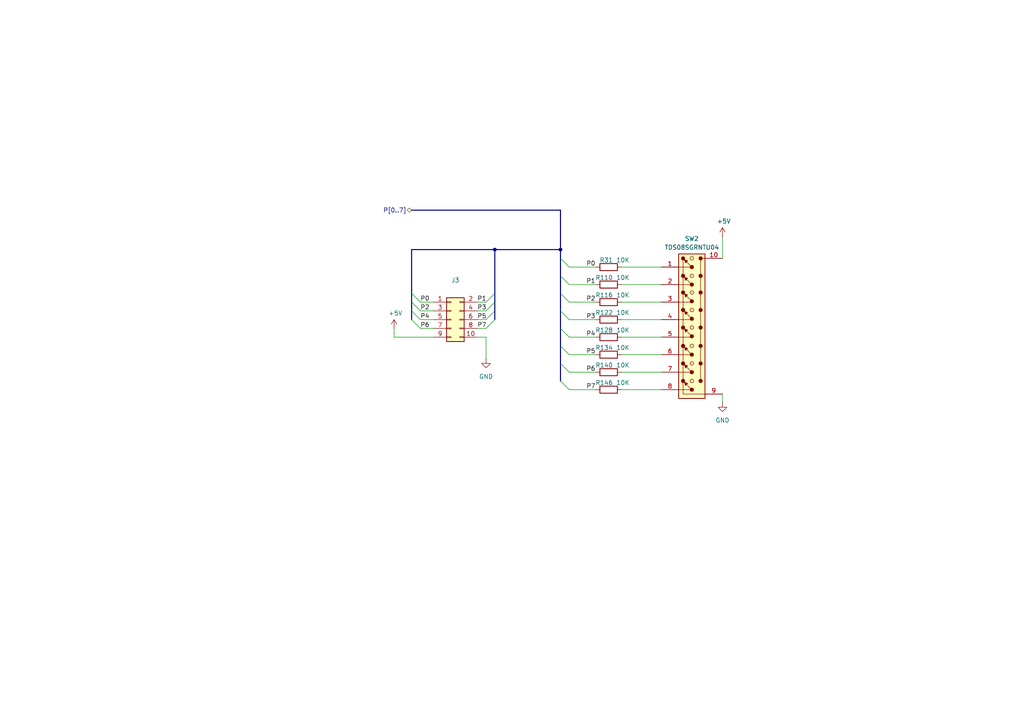
<source format=kicad_sch>
(kicad_sch (version 20250114) (generator "eeschema") (generator_version "9.0")
  (paper "A4")
  (lib_symbols
    (symbol "Connector_Generic:Conn_02x05_Odd_Even" (pin_names (offset 1.016) (hide yes))
      (property "Reference" "J" (at 1.27 7.62 0))
      (property "Value" "Conn_02x05_Odd_Even" (at 1.27 -7.62 0))
      (symbol "Conn_02x05_Odd_Even_1_1"
        (rectangle (start -1.27 6.35) (end 3.81 -6.35) (stroke (width 0.254)) (fill (type background)))
        (rectangle (start -1.27 5.207) (end 0 4.953) (stroke (width 0.1524)))
        (rectangle (start -1.27 2.667) (end 0 2.413) (stroke (width 0.1524)))
        (rectangle (start -1.27 0.127) (end 0 -0.127) (stroke (width 0.1524)))
        (rectangle (start -1.27 -2.413) (end 0 -2.667) (stroke (width 0.1524)))
        (rectangle (start -1.27 -4.953) (end 0 -5.207) (stroke (width 0.1524)))
        (rectangle (start 3.81 5.207) (end 2.54 4.953) (stroke (width 0.1524)))
        (rectangle (start 3.81 2.667) (end 2.54 2.413) (stroke (width 0.1524)))
        (rectangle (start 3.81 0.127) (end 2.54 -0.127) (stroke (width 0.1524)))
        (rectangle (start 3.81 -2.413) (end 2.54 -2.667) (stroke (width 0.1524)))
        (rectangle (start 3.81 -4.953) (end 2.54 -5.207) (stroke (width 0.1524)))
        (pin passive line (at -5.08 5.08 0) (length 3.81) (name "Pin_1") (number "1"))
        (pin passive line (at -5.08 2.54 0) (length 3.81) (name "Pin_3") (number "3"))
        (pin passive line (at -5.08 0 0) (length 3.81) (name "Pin_5") (number "5"))
        (pin passive line (at -5.08 -2.54 0) (length 3.81) (name "Pin_7") (number "7"))
        (pin passive line (at -5.08 -5.08 0) (length 3.81) (name "Pin_9") (number "9"))
        (pin passive line (at 7.62 5.08 180) (length 3.81) (name "Pin_2") (number "2"))
        (pin passive line (at 7.62 2.54 180) (length 3.81) (name "Pin_4") (number "4"))
        (pin passive line (at 7.62 0 180) (length 3.81) (name "Pin_6") (number "6"))
        (pin passive line (at 7.62 -2.54 180) (length 3.81) (name "Pin_8") (number "8"))
        (pin passive line (at 7.62 -5.08 180) (length 3.81) (name "Pin_10") (number "10"))
      )
    )
    (symbol "Connectors:TRI-STATE_DIP_8P"
      (property "Reference" "SW" (at 0.889 -19.685 0))
      (symbol "TRI-STATE_DIP_8P_0_0"
        (circle (center -1.905 22.225) (radius 0.508) (fill (type outline)))
        (circle (center -1.905 17.145) (radius 0.508) (fill (type outline)))
        (circle (center -1.905 12.319) (radius 0.508) (fill (type outline)))
        (circle (center -1.905 7.239) (radius 0.508) (fill (type outline)))
        (circle (center -1.905 2.159) (radius 0.508) (fill (type outline)))
        (circle (center -1.905 -3.175) (radius 0.508) (fill (type outline)))
        (circle (center -1.905 -8.255) (radius 0.508) (fill (type outline)))
        (circle (center -1.905 -13.335) (radius 0.508) (fill (type outline)))
        (circle (center 0.635 22.225) (radius 0.508))
        (circle (center 0.635 17.145) (radius 0.508))
        (circle (center 0.635 12.319) (radius 0.508))
        (circle (center 0.635 7.239) (radius 0.508))
        (circle (center 0.635 2.159) (radius 0.508))
        (circle (center 0.635 -3.175) (radius 0.508))
        (circle (center 0.635 -8.255) (radius 0.508))
        (circle (center 0.635 -13.335) (radius 0.508))
        (circle (center 3.175 22.225) (radius 0.508) (fill (type outline)))
        (circle (center 3.175 17.145) (radius 0.508) (fill (type outline)))
        (circle (center 3.175 12.319) (radius 0.508) (fill (type outline)))
        (circle (center 3.175 7.239) (radius 0.508) (fill (type outline)))
        (circle (center 3.175 2.159) (radius 0.508) (fill (type outline)))
        (circle (center 3.175 -3.175) (radius 0.508) (fill (type outline)))
        (circle (center 3.175 -8.255) (radius 0.508) (fill (type outline)))
        (circle (center 3.175 -13.335) (radius 0.508) (fill (type outline)))
      )
      (symbol "TRI-STATE_DIP_8P_0_1"
        (rectangle (start -3.175 -18.415) (end 4.445 23.495) (stroke (width 0.254)) (fill (type background)))
        (polyline (pts (xy 0.635 19.685) (xy -1.27 21.59)))
        (polyline (pts (xy 0.635 14.605) (xy -1.27 16.51)))
        (polyline (pts (xy 0.635 9.779) (xy -1.27 11.684)))
        (polyline (pts (xy 0.635 4.699) (xy -1.27 6.604)))
        (polyline (pts (xy 0.635 -0.381) (xy -1.27 1.524)))
        (polyline (pts (xy 0.635 -5.715) (xy -1.27 -3.81)))
        (polyline (pts (xy 0.635 -10.795) (xy -1.27 -8.89)))
        (polyline (pts (xy 0.635 -15.875) (xy -1.27 -13.97)))
      )
      (symbol "TRI-STATE_DIP_8P_1_0"
        (polyline (pts (xy -1.524 21.844) (xy -0.5715 21.5265) (xy -1.2065 20.8915) (xy -1.524 21.844)) (fill (type outline)))
        (polyline (pts (xy -1.524 16.764) (xy -0.5715 16.4465) (xy -1.2065 15.8115) (xy -1.524 16.764)) (fill (type outline)))
        (polyline (pts (xy -1.524 11.938) (xy -0.5715 11.6205) (xy -1.2065 10.9855) (xy -1.524 11.938)) (fill (type outline)))
        (polyline (pts (xy -1.524 6.858) (xy -0.5715 6.5405) (xy -1.2065 5.9055) (xy -1.524 6.858)) (fill (type outline)))
        (polyline (pts (xy -1.524 1.778) (xy -0.5715 1.4605) (xy -1.2065 0.8255) (xy -1.524 1.778)) (fill (type outline)))
        (polyline (pts (xy -1.524 -3.556) (xy -0.5715 -3.8735) (xy -1.2065 -4.5085) (xy -1.524 -3.556)) (fill (type outline)))
        (polyline (pts (xy -1.524 -8.636) (xy -0.5715 -8.9535) (xy -1.2065 -9.5885) (xy -1.524 -8.636)) (fill (type outline)))
        (polyline (pts (xy -1.524 -13.716) (xy -0.5715 -14.0335) (xy -1.2065 -14.6685) (xy -1.524 -13.716)) (fill (type outline)))
        (polyline (pts (xy 0.635 19.685) (xy -3.175 19.685)))
        (circle (center 0.635 19.685) (radius 0.508) (fill (type outline)))
        (polyline (pts (xy 0.635 14.605) (xy -3.175 14.605)))
        (circle (center 0.635 14.605) (radius 0.508) (fill (type outline)))
        (circle (center 0.635 9.779) (radius 0.508) (fill (type outline)))
        (polyline (pts (xy 0.635 9.525) (xy -3.175 9.525)))
        (circle (center 0.635 4.699) (radius 0.508) (fill (type outline)))
        (polyline (pts (xy 0.635 4.445) (xy -3.175 4.445)))
        (circle (center 0.635 -0.381) (radius 0.508) (fill (type outline)))
        (polyline (pts (xy 0.635 -0.635) (xy -3.175 -0.635)))
        (polyline (pts (xy 0.635 -5.715) (xy -3.175 -5.715)))
        (circle (center 0.635 -5.715) (radius 0.508) (fill (type outline)))
        (polyline (pts (xy 0.635 -10.795) (xy -3.175 -10.795)))
        (circle (center 0.635 -10.795) (radius 0.508) (fill (type outline)))
        (polyline (pts (xy 0.635 -15.875) (xy -3.175 -15.875)))
        (circle (center 0.635 -15.875) (radius 0.508) (fill (type outline)))
        (polyline (pts (xy 3.175 -13.335) (xy 3.175 22.225) (xy 4.445 22.225)))
        (polyline (pts (xy 4.445 -17.145) (xy -1.905 -17.145) (xy -1.905 22.225)))
      )
      (symbol "TRI-STATE_DIP_8P_1_1"
        (pin passive line (at -8.255 19.685 0) (length 5.08) (name "~") (number "1"))
        (pin passive line (at -8.255 14.605 0) (length 5.08) (name "~") (number "2"))
        (pin passive line (at -8.255 9.525 0) (length 5.08) (name "~") (number "3"))
        (pin passive line (at -8.255 4.445 0) (length 5.08) (name "~") (number "4"))
        (pin passive line (at -8.255 -0.635 0) (length 5.08) (name "~") (number "5"))
        (pin passive line (at -8.255 -5.715 0) (length 5.08) (name "~") (number "6"))
        (pin passive line (at -8.255 -10.795 0) (length 5.08) (name "~") (number "7"))
        (pin passive line (at -8.255 -15.875 0) (length 5.08) (name "~") (number "8"))
        (pin passive line (at 9.525 22.225 180) (length 5.08) (name "~") (number "10"))
        (pin passive line (at 9.525 -17.145 180) (length 5.08) (name "~") (number "9"))
      )
    )
    (symbol "Device:R" (pin_numbers (hide yes)) (pin_names (offset 0))
      (property "Reference" "R" (at 2.032 0 90))
      (property "Value" "R" (at 0 0 90))
      (symbol "R_0_1"
        (rectangle (start -1.016 -2.54) (end 1.016 2.54) (stroke (width 0.254)))
      )
      (symbol "R_1_1"
        (pin passive line (at 0 3.81 270) (length 1.27) (name "~") (number "1"))
        (pin passive line (at 0 -3.81 90) (length 1.27) (name "~") (number "2"))
      )
    )
    (symbol "power:+5V" (power) (pin_numbers (hide yes)) (pin_names (offset 0) (hide yes))
      (property "Value" "+5V" (at 0 3.556 0))
      (symbol "+5V_0_1"
        (polyline (pts (xy -0.762 1.27) (xy 0 2.54)))
        (polyline (pts (xy 0 2.54) (xy 0.762 1.27)))
        (polyline (pts (xy 0 0) (xy 0 2.54)))
      )
      (symbol "+5V_1_1"
        (pin power_in line (at 0 0 90) (length 0) (name "~") (number "1"))
      )
    )
    (symbol "power:GND" (power) (pin_numbers (hide yes)) (pin_names (offset 0) (hide yes))
      (property "Value" "GND" (at 0 -3.81 0))
      (symbol "GND_0_1"
        (polyline (pts (xy 0 0) (xy 0 -1.27) (xy 1.27 -1.27) (xy 0 -2.54) (xy -1.27 -1.27) (xy 0 -1.27)))
      )
      (symbol "GND_1_1"
        (pin power_in line (at 0 0 270) (length 0) (name "~") (number "1"))
      )
    )
  )
  (junction (at 143.51 72.39))
  (junction (at 162.56 72.39))
  (bus_entry (at 143.51 85.09) (size -2.54 2.54))
  (bus_entry (at 119.38 90.17) (size 2.54 2.54))
  (bus_entry (at 143.51 92.71) (size -2.54 2.54))
  (bus_entry (at 119.38 85.09) (size 2.54 2.54))
  (bus_entry (at 162.56 105.41) (size 2.54 2.54))
  (bus_entry (at 162.56 95.25) (size 2.54 2.54))
  (bus_entry (at 162.56 100.33) (size 2.54 2.54))
  (bus_entry (at 162.56 74.93) (size 2.54 2.54))
  (bus_entry (at 143.51 90.17) (size -2.54 2.54))
  (bus_entry (at 119.38 87.63) (size 2.54 2.54))
  (bus_entry (at 162.56 90.17) (size 2.54 2.54))
  (bus_entry (at 162.56 85.09) (size 2.54 2.54))
  (bus_entry (at 143.51 87.63) (size -2.54 2.54))
  (bus_entry (at 119.38 92.71) (size 2.54 2.54))
  (bus_entry (at 162.56 80.01) (size 2.54 2.54))
  (bus_entry (at 162.56 110.49) (size 2.54 2.54))
  (bus (pts (xy 143.51 87.63) (xy 143.51 90.17)))
  (bus (pts (xy 119.38 60.96) (xy 162.56 60.96)))
  (wire (pts (xy 180.34 97.79) (xy 191.77 97.79)))
  (wire (pts (xy 180.34 77.47) (xy 191.77 77.47)))
  (bus (pts (xy 119.38 85.09) (xy 119.38 87.63)))
  (bus (pts (xy 162.56 90.17) (xy 162.56 95.25)))
  (wire (pts (xy 121.92 95.25) (xy 125.73 95.25)))
  (bus (pts (xy 162.56 80.01) (xy 162.56 74.93)))
  (bus (pts (xy 162.56 85.09) (xy 162.56 90.17)))
  (bus (pts (xy 162.56 72.39) (xy 143.51 72.39)))
  (wire (pts (xy 180.34 92.71) (xy 191.77 92.71)))
  (wire (pts (xy 138.43 92.71) (xy 140.97 92.71)))
  (bus (pts (xy 162.56 60.96) (xy 162.56 72.39)))
  (wire (pts (xy 209.55 114.3) (xy 209.55 116.84)))
  (wire (pts (xy 180.34 107.95) (xy 191.77 107.95)))
  (bus (pts (xy 119.38 90.17) (xy 119.38 92.71)))
  (wire (pts (xy 180.34 82.55) (xy 191.77 82.55)))
  (wire (pts (xy 165.1 92.71) (xy 172.72 92.71)))
  (wire (pts (xy 172.72 102.87) (xy 165.1 102.87)))
  (bus (pts (xy 162.56 80.01) (xy 162.56 85.09)))
  (bus (pts (xy 162.56 105.41) (xy 162.56 110.49)))
  (bus (pts (xy 143.51 90.17) (xy 143.51 92.71)))
  (wire (pts (xy 209.55 68.58) (xy 209.55 74.93)))
  (wire (pts (xy 180.34 102.87) (xy 191.77 102.87)))
  (bus (pts (xy 143.51 85.09) (xy 143.51 87.63)))
  (bus (pts (xy 162.56 72.39) (xy 162.56 74.93)))
  (bus (pts (xy 119.38 87.63) (xy 119.38 90.17)))
  (wire (pts (xy 165.1 107.95) (xy 172.72 107.95)))
  (bus (pts (xy 119.38 72.39) (xy 143.51 72.39)))
  (bus (pts (xy 162.56 95.25) (xy 162.56 100.33)))
  (wire (pts (xy 140.97 104.14) (xy 140.97 97.79)))
  (wire (pts (xy 180.34 113.03) (xy 191.77 113.03)))
  (wire (pts (xy 165.1 97.79) (xy 172.72 97.79)))
  (wire (pts (xy 121.92 87.63) (xy 125.73 87.63)))
  (wire (pts (xy 114.3 97.79) (xy 114.3 95.25)))
  (wire (pts (xy 138.43 90.17) (xy 140.97 90.17)))
  (bus (pts (xy 162.56 100.33) (xy 162.56 105.41)))
  (wire (pts (xy 180.34 87.63) (xy 191.77 87.63)))
  (wire (pts (xy 165.1 82.55) (xy 172.72 82.55)))
  (bus (pts (xy 119.38 72.39) (xy 119.38 85.09)))
  (bus (pts (xy 143.51 72.39) (xy 143.51 85.09)))
  (wire (pts (xy 165.1 77.47) (xy 172.72 77.47)))
  (wire (pts (xy 121.92 92.71) (xy 125.73 92.71)))
  (wire (pts (xy 172.72 113.03) (xy 165.1 113.03)))
  (wire (pts (xy 138.43 95.25) (xy 140.97 95.25)))
  (wire (pts (xy 121.92 90.17) (xy 125.73 90.17)))
  (wire (pts (xy 138.43 87.63) (xy 140.97 87.63)))
  (wire (pts (xy 165.1 87.63) (xy 172.72 87.63)))
  (wire (pts (xy 140.97 97.79) (xy 138.43 97.79)))
  (wire (pts (xy 125.73 97.79) (xy 114.3 97.79)))
  (label "P0" (at 121.92 87.63 0))
  (label "P0" (at 172.72 77.47 180))
  (label "P3" (at 172.72 92.71 180))
  (label "P7" (at 172.72 113.03 180))
  (label "P2" (at 121.92 90.17 0))
  (label "P3" (at 138.43 90.17 0))
  (label "P5" (at 172.72 102.87 180))
  (label "P6" (at 172.72 107.95 180))
  (label "P5" (at 138.43 92.71 0))
  (label "P4" (at 121.92 92.71 0))
  (label "P6" (at 121.92 95.25 0))
  (label "P2" (at 172.72 87.63 180))
  (label "P7" (at 138.43 95.25 0))
  (label "P1" (at 138.43 87.63 0))
  (label "P1" (at 172.72 82.55 180))
  (label "P4" (at 172.72 97.79 180))
  (hierarchical_label "P[0..7]" (shape bidirectional) (at 119.38 60.96 180))
  (symbol (lib_id "Device:R") (at 176.53 82.55 90) (unit 1)
    (property "Reference" "R108" (at 177.8 80.518 90) (effects (justify left)))
    (property "Value" "10K" (at 182.626 80.518 90) (effects (justify left)))
    (property "Footprint" "Resistor_SMD:R_0603_1608Metric" (effects (hide yes)))
    (property "Description" "RES 10K 0402" (effects (hide yes)))
    (instances (project "esp32-didatic-kit" (path "" (reference "R110") (unit 1)) (path "" (reference "R109") (unit 1)) (path "" (reference "R113") (unit 1)) (path "" (reference "R112") (unit 1)) (path "" (reference "R108") (unit 1)) (path "" (reference "R111") (unit 1))))
  )
  (symbol (lib_id "Device:R") (at 176.53 97.79 90) (unit 1)
    (property "Reference" "R126" (at 177.8 95.758 90) (effects (justify left)))
    (property "Value" "10K" (at 182.626 95.758 90) (effects (justify left)))
    (property "Footprint" "Resistor_SMD:R_0603_1608Metric" (effects (hide yes)))
    (property "Description" "RES 10K 0402" (effects (hide yes)))
    (instances (project "esp32-didatic-kit" (path "" (reference "R128") (unit 1)) (path "" (reference "R127") (unit 1)) (path "" (reference "R131") (unit 1)) (path "" (reference "R130") (unit 1)) (path "" (reference "R126") (unit 1)) (path "" (reference "R129") (unit 1))))
  )
  (symbol (lib_id "power:GND") (at 209.55 116.84 0) (unit 1)
    (property "Reference" "#PWR0156" (effects (hide yes)))
    (property "Value" "GND" (at 209.55 121.92 0))
    (property "Description" "Power symbol creates a global label with name \"GND\" , ground" (effects (hide yes)))
    (instances (project "esp32-didatic-kit" (path "" (reference "#PWR066") (unit 1)) (path "" (reference "#PWR044") (unit 1)) (path "" (reference "#PWR0176") (unit 1)) (path "" (reference "#PWR0172") (unit 1)) (path "" (reference "#PWR0156") (unit 1)) (path "" (reference "#PWR0168") (unit 1))))
  )
  (symbol (lib_id "Connectors:TRI-STATE_DIP_8P") (at 200.025 97.155 0) (unit 1)
    (property "Reference" "SW10" (at 200.66 69.215 0))
    (property "Value" "TDS08SGRNTU04" (at 200.66 71.755 0))
    (property "Footprint" "Connectors:TDS08SGRNTU04" (effects (hide yes)))
    (property "LCSC" "C6284382" (effects (hide yes)))
    (instances (project "esp32-didatic-kit" (path "" (reference "SW2") (unit 1)) (path "" (reference "SW1") (unit 1)) (path "" (reference "SW15") (unit 1)) (path "" (reference "SW14") (unit 1)) (path "" (reference "SW10") (unit 1)) (path "" (reference "SW13") (unit 1))))
  )
  (symbol (lib_id "power:+5V") (at 114.3 95.25 0) (unit 1)
    (property "Reference" "#PWR0153" (effects (hide yes)))
    (property "Value" "+5V" (at 114.681 90.8558 0))
    (instances (project "esp32-didatic-kit" (path "" (reference "#PWR063") (unit 1)) (path "" (reference "#PWR041") (unit 1)) (path "" (reference "#PWR0173") (unit 1)) (path "" (reference "#PWR0169") (unit 1)) (path "" (reference "#PWR0153") (unit 1)) (path "" (reference "#PWR0165") (unit 1))))
  )
  (symbol (lib_id "Device:R") (at 176.53 107.95 90) (unit 1)
    (property "Reference" "R138" (at 177.8 105.918 90) (effects (justify left)))
    (property "Value" "10K" (at 182.626 105.918 90) (effects (justify left)))
    (property "Footprint" "Resistor_SMD:R_0603_1608Metric" (effects (hide yes)))
    (property "Description" "RES 10K 0402" (effects (hide yes)))
    (instances (project "esp32-didatic-kit" (path "" (reference "R140") (unit 1)) (path "" (reference "R139") (unit 1)) (path "" (reference "R143") (unit 1)) (path "" (reference "R142") (unit 1)) (path "" (reference "R138") (unit 1)) (path "" (reference "R141") (unit 1))))
  )
  (symbol (lib_id "Device:R") (at 176.53 92.71 90) (unit 1)
    (property "Reference" "R120" (at 177.8 90.678 90) (effects (justify left)))
    (property "Value" "10K" (at 182.626 90.678 90) (effects (justify left)))
    (property "Footprint" "Resistor_SMD:R_0603_1608Metric" (effects (hide yes)))
    (property "Description" "RES 10K 0402" (effects (hide yes)))
    (instances (project "esp32-didatic-kit" (path "" (reference "R122") (unit 1)) (path "" (reference "R121") (unit 1)) (path "" (reference "R125") (unit 1)) (path "" (reference "R124") (unit 1)) (path "" (reference "R120") (unit 1)) (path "" (reference "R123") (unit 1))))
  )
  (symbol (lib_id "power:+5V") (at 209.55 68.58 0) (unit 1)
    (property "Reference" "#PWR0155" (effects (hide yes)))
    (property "Value" "+5V" (at 209.931 64.1858 0))
    (instances (project "esp32-didatic-kit" (path "" (reference "#PWR065") (unit 1)) (path "" (reference "#PWR043") (unit 1)) (path "" (reference "#PWR0175") (unit 1)) (path "" (reference "#PWR0171") (unit 1)) (path "" (reference "#PWR0155") (unit 1)) (path "" (reference "#PWR0167") (unit 1))))
  )
  (symbol (lib_id "Device:R") (at 176.53 102.87 90) (unit 1)
    (property "Reference" "R132" (at 177.8 100.838 90) (effects (justify left)))
    (property "Value" "10K" (at 182.626 100.838 90) (effects (justify left)))
    (property "Footprint" "Resistor_SMD:R_0603_1608Metric" (effects (hide yes)))
    (property "Description" "RES 10K 0402" (effects (hide yes)))
    (instances (project "esp32-didatic-kit" (path "" (reference "R134") (unit 1)) (path "" (reference "R133") (unit 1)) (path "" (reference "R137") (unit 1)) (path "" (reference "R136") (unit 1)) (path "" (reference "R132") (unit 1)) (path "" (reference "R135") (unit 1))))
  )
  (symbol (lib_id "Device:R") (at 176.53 113.03 90) (unit 1)
    (property "Reference" "R144" (at 177.8 110.998 90) (effects (justify left)))
    (property "Value" "10K" (at 182.626 110.998 90) (effects (justify left)))
    (property "Footprint" "Resistor_SMD:R_0603_1608Metric" (effects (hide yes)))
    (property "Description" "RES 10K 0402" (effects (hide yes)))
    (instances (project "esp32-didatic-kit" (path "" (reference "R146") (unit 1)) (path "" (reference "R145") (unit 1)) (path "" (reference "R149") (unit 1)) (path "" (reference "R148") (unit 1)) (path "" (reference "R144") (unit 1)) (path "" (reference "R147") (unit 1))))
  )
  (symbol (lib_id "Device:R") (at 176.53 87.63 90) (unit 1)
    (property "Reference" "R114" (at 177.8 85.598 90) (effects (justify left)))
    (property "Value" "10K" (at 182.626 85.598 90) (effects (justify left)))
    (property "Footprint" "Resistor_SMD:R_0603_1608Metric" (effects (hide yes)))
    (property "Description" "RES 10K 0402" (effects (hide yes)))
    (instances (project "esp32-didatic-kit" (path "" (reference "R116") (unit 1)) (path "" (reference "R115") (unit 1)) (path "" (reference "R119") (unit 1)) (path "" (reference "R118") (unit 1)) (path "" (reference "R114") (unit 1)) (path "" (reference "R117") (unit 1))))
  )
  (symbol (lib_id "power:GND") (at 140.97 104.14 0) (unit 1)
    (property "Reference" "#PWR0154" (effects (hide yes)))
    (property "Value" "GND" (at 140.97 109.22 0))
    (property "Description" "Power symbol creates a global label with name \"GND\" , ground" (effects (hide yes)))
    (instances (project "esp32-didatic-kit" (path "" (reference "#PWR064") (unit 1)) (path "" (reference "#PWR042") (unit 1)) (path "" (reference "#PWR0174") (unit 1)) (path "" (reference "#PWR0170") (unit 1)) (path "" (reference "#PWR0154") (unit 1)) (path "" (reference "#PWR0166") (unit 1))))
  )
  (symbol (lib_id "Connector_Generic:Conn_02x05_Odd_Even") (at 130.81 92.71 0) (unit 1)
    (property "Reference" "J10" (at 132.08 81.28 0))
    (property "Value" "Conn_02x05_Odd_Even" (effects (hide yes)))
    (property "Footprint" "Connector_PinHeader_2.54mm:PinHeader_2x05_P2.54mm_Vertical" (effects (hide yes)))
    (property "Description" "Generic connector, double row, 02x05, odd/even pin numbering scheme (row 1 odd numbers, row 2 even numbers), script generated (kicad-library-utils/schlib/autogen/connector/)" (effects (hide yes)))
    (instances (project "esp32-didatic-kit" (path "" (reference "J3") (unit 1)) (path "" (reference "J2") (unit 1)) (path "" (reference "J15") (unit 1)) (path "" (reference "J14") (unit 1)) (path "" (reference "J10") (unit 1)) (path "" (reference "J13") (unit 1))))
  )
  (symbol (lib_id "Device:R") (at 176.53 77.47 90) (unit 1)
    (property "Reference" "R29" (at 177.8 75.438 90) (effects (justify left)))
    (property "Value" "10K" (at 182.626 75.438 90) (effects (justify left)))
    (property "Footprint" "Resistor_SMD:R_0603_1608Metric" (effects (hide yes)))
    (property "Description" "RES 10K 0402" (effects (hide yes)))
    (instances (project "esp32-didatic-kit" (path "" (reference "R31") (unit 1)) (path "" (reference "R30") (unit 1)) (path "" (reference "R34") (unit 1)) (path "" (reference "R33") (unit 1)) (path "" (reference "R29") (unit 1)) (path "" (reference "R32") (unit 1))))
  )
)
</source>
